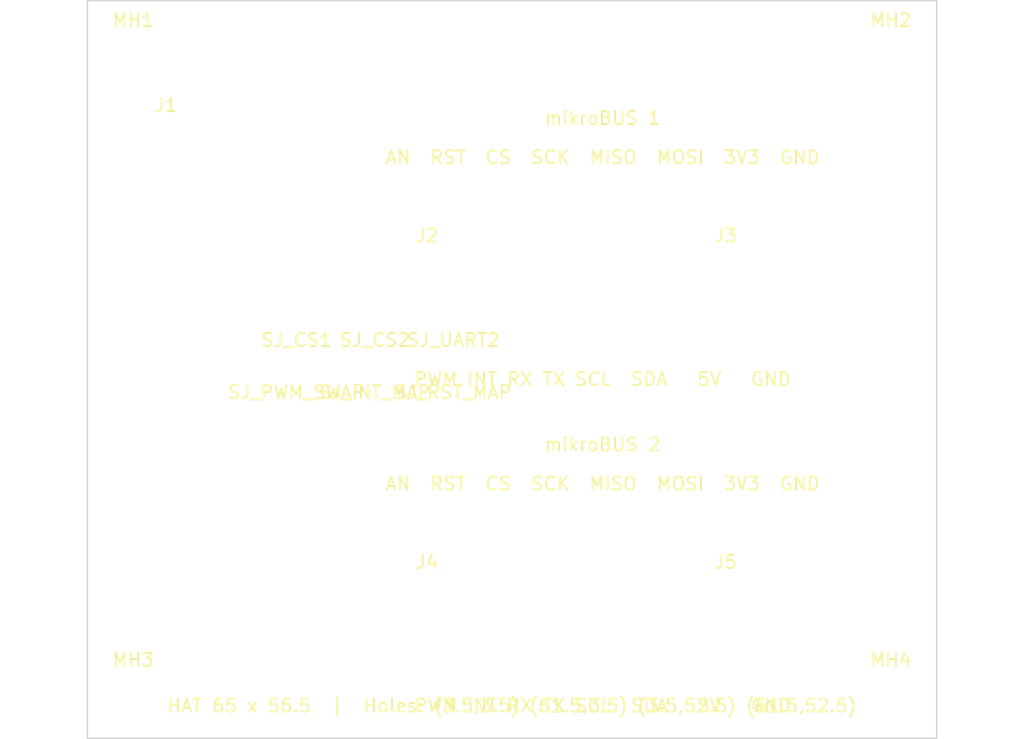
<source format=kicad_pcb>
(kicad_pcb (version 20211014) (generator "ChatGPT")
  (layers (0 "F.Cu" signal) (31 "B.Cu" signal) (34 "B.Paste" user) (35 "F.Paste" user) (36 "B.SilkS" user) (37 "F.SilkS" user) (38 "B.Mask" user) (39 "F.Mask" user) (44 "Edge.Cuts" user))
  (gr_rect (start 0 0) (end 65.0 56.5) (layer "Edge.Cuts") (width 0.1) (fill none))
  (footprint "Connector_PinHeader_2.54mm:PinHeader_2x20_P2.54mm_Vertical" (layer "F.Cu") (at 8.000 8.000 90)
    (fp_text reference "J1" (at 0 -2) (layer "F.SilkS"))
    (fp_text value "PinHeader_2x20_P2.54mm_Vertical")
  )
  (footprint "Connector_PinSocket_2.54mm:PinSocket_1x08_P2.54mm_Vertical" (layer "F.Cu") (at 28.000 18.000 90)
    (fp_text reference "J2" (at 0 -2) (layer "F.SilkS"))
    (fp_text value "PinSocket_1x08_P2.54mm_Vertical")
  )
  (footprint "Connector_PinSocket_2.54mm:PinSocket_1x08_P2.54mm_Vertical" (layer "F.Cu") (at 50.860 18.000 90)
    (fp_text reference "J3" (at 0 -2) (layer "F.SilkS"))
    (fp_text value "PinSocket_1x08_P2.54mm_Vertical")
  )
  (footprint "Connector_PinSocket_2.54mm:PinSocket_1x08_P2.54mm_Vertical" (layer "F.Cu") (at 28.000 43.000 90)
    (fp_text reference "J4" (at 0 -2) (layer "F.SilkS"))
    (fp_text value "PinSocket_1x08_P2.54mm_Vertical")
  )
  (footprint "Connector_PinSocket_2.54mm:PinSocket_1x08_P2.54mm_Vertical" (layer "F.Cu") (at 50.860 43.000 90)
    (fp_text reference "J5" (at 0 -2) (layer "F.SilkS"))
    (fp_text value "PinSocket_1x08_P2.54mm_Vertical")
  )
  (footprint "MountingHole:MountingHole_2.7mm_M2.5" (layer "F.Cu") (at 3.500 3.500 0)
    (fp_text reference "MH1" (at 0 -2) (layer "F.SilkS"))
    (fp_text value "MountingHole_2.7mm_M2.5")
  )
  (footprint "MountingHole:MountingHole_2.7mm_M2.5" (layer "F.Cu") (at 61.500 3.500 0)
    (fp_text reference "MH2" (at 0 -2) (layer "F.SilkS"))
    (fp_text value "MountingHole_2.7mm_M2.5")
  )
  (footprint "MountingHole:MountingHole_2.7mm_M2.5" (layer "F.Cu") (at 3.500 52.500 0)
    (fp_text reference "MH3" (at 0 -2) (layer "F.SilkS"))
    (fp_text value "MountingHole_2.7mm_M2.5")
  )
  (footprint "MountingHole:MountingHole_2.7mm_M2.5" (layer "F.Cu") (at 61.500 52.500 0)
    (fp_text reference "MH4" (at 0 -2) (layer "F.SilkS"))
    (fp_text value "MountingHole_2.7mm_M2.5")
  )
  (footprint "Jumper:SolderJumper-2_P1.3mm_Open_RoundedPad1.0x1.5mm" (layer "F.Cu") (at 16.000 28.000 0)
    (fp_text reference "SJ_CS1" (at 0 -2) (layer "F.SilkS"))
    (fp_text value "SolderJumper-2_P1.3mm_Open_RoundedPad1.0x1.5mm")
  )
  (footprint "Jumper:SolderJumper-2_P1.3mm_Open_RoundedPad1.0x1.5mm" (layer "F.Cu") (at 22.000 28.000 0)
    (fp_text reference "SJ_CS2" (at 0 -2) (layer "F.SilkS"))
    (fp_text value "SolderJumper-2_P1.3mm_Open_RoundedPad1.0x1.5mm")
  )
  (footprint "Jumper:SolderJumper-2_P1.3mm_Open_RoundedPad1.0x1.5mm" (layer "F.Cu") (at 28.000 28.000 0)
    (fp_text reference "SJ_UART2" (at 0 -2) (layer "F.SilkS"))
    (fp_text value "SolderJumper-2_P1.3mm_Open_RoundedPad1.0x1.5mm")
  )
  (footprint "Jumper:SolderJumper-2_P1.3mm_Open_RoundedPad1.0x1.5mm" (layer "F.Cu") (at 16.000 32.000 0)
    (fp_text reference "SJ_PWM_SWAP" (at 0 -2) (layer "F.SilkS"))
    (fp_text value "SolderJumper-2_P1.3mm_Open_RoundedPad1.0x1.5mm")
  )
  (footprint "Jumper:SolderJumper-2_P1.3mm_Open_RoundedPad1.0x1.5mm" (layer "F.Cu") (at 22.000 32.000 0)
    (fp_text reference "SJ_INT_MAP" (at 0 -2) (layer "F.SilkS"))
    (fp_text value "SolderJumper-2_P1.3mm_Open_RoundedPad1.0x1.5mm")
  )
  (footprint "Jumper:SolderJumper-2_P1.3mm_Open_RoundedPad1.0x1.5mm" (layer "F.Cu") (at 28.000 32.000 0)
    (fp_text reference "SJ_RST_MAP" (at 0 -2) (layer "F.SilkS"))
    (fp_text value "SolderJumper-2_P1.3mm_Open_RoundedPad1.0x1.5mm")
  )
  (gr_text "mikroBUS 1" (at 39.43 9.00) (layer "F.SilkS") (effects (font (size 1 1))))
  (gr_text "AN  RST  CS  SCK  MISO  MOSI  3V3  GND" (at 39.43 12.00) (layer "F.SilkS") (effects (font (size 1 1))))
  (gr_text "PWM INT RX TX SCL  SDA   5V   GND" (at 39.43 29.00) (layer "F.SilkS") (effects (font (size 1 1))))
  (gr_text "mikroBUS 2" (at 39.43 34.00) (layer "F.SilkS") (effects (font (size 1 1))))
  (gr_text "AN  RST  CS  SCK  MISO  MOSI  3V3  GND" (at 39.43 37.00) (layer "F.SilkS") (effects (font (size 1 1))))
  (gr_text "PWM INT RX TX SCL  SDA   5V   GND" (at 39.43 54.00) (layer "F.SilkS") (effects (font (size 1 1))))
  (gr_text "HAT 65 x 56.5  |  Holes: (3.5,3.5) (61.5,3.5) (3.5,52.5) (61.5,52.5)" (at 32.50 54.00) (layer "F.SilkS") (effects (font (size 1 1))))
)
</source>
